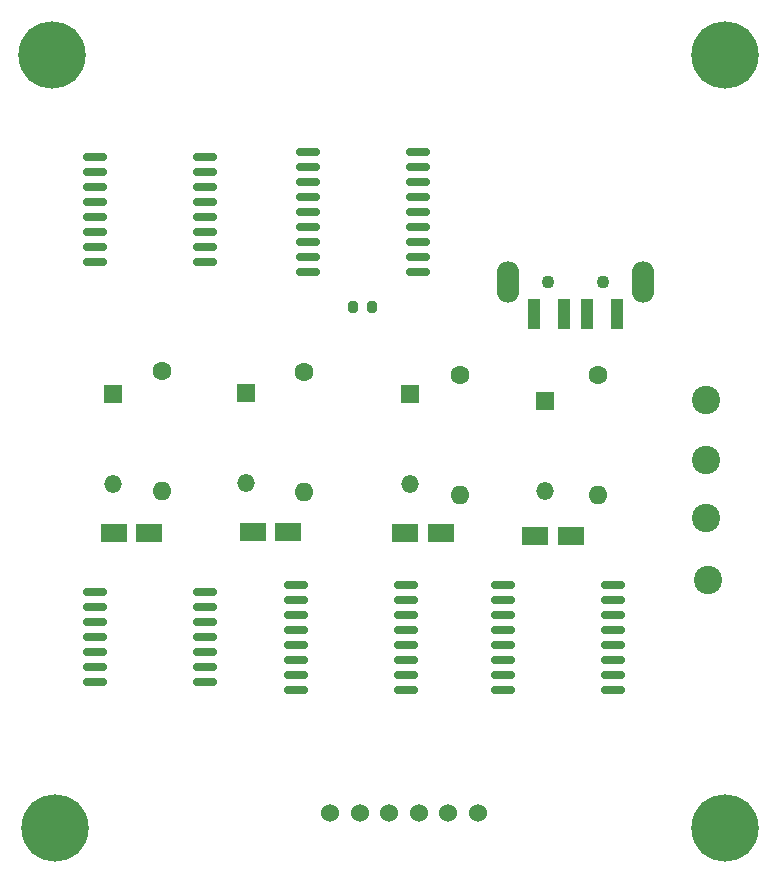
<source format=gts>
%TF.GenerationSoftware,KiCad,Pcbnew,(6.0.6)*%
%TF.CreationDate,2022-09-12T12:50:46+09:00*%
%TF.ProjectId,mouse,6d6f7573-652e-46b6-9963-61645f706362,rev?*%
%TF.SameCoordinates,Original*%
%TF.FileFunction,Soldermask,Top*%
%TF.FilePolarity,Negative*%
%FSLAX46Y46*%
G04 Gerber Fmt 4.6, Leading zero omitted, Abs format (unit mm)*
G04 Created by KiCad (PCBNEW (6.0.6)) date 2022-09-12 12:50:46*
%MOMM*%
%LPD*%
G01*
G04 APERTURE LIST*
G04 Aperture macros list*
%AMRoundRect*
0 Rectangle with rounded corners*
0 $1 Rounding radius*
0 $2 $3 $4 $5 $6 $7 $8 $9 X,Y pos of 4 corners*
0 Add a 4 corners polygon primitive as box body*
4,1,4,$2,$3,$4,$5,$6,$7,$8,$9,$2,$3,0*
0 Add four circle primitives for the rounded corners*
1,1,$1+$1,$2,$3*
1,1,$1+$1,$4,$5*
1,1,$1+$1,$6,$7*
1,1,$1+$1,$8,$9*
0 Add four rect primitives between the rounded corners*
20,1,$1+$1,$2,$3,$4,$5,0*
20,1,$1+$1,$4,$5,$6,$7,0*
20,1,$1+$1,$6,$7,$8,$9,0*
20,1,$1+$1,$8,$9,$2,$3,0*%
G04 Aperture macros list end*
%ADD10C,2.400000*%
%ADD11R,1.500000X1.500000*%
%ADD12O,1.500000X1.500000*%
%ADD13RoundRect,0.150000X-0.875000X-0.150000X0.875000X-0.150000X0.875000X0.150000X-0.875000X0.150000X0*%
%ADD14C,1.600000*%
%ADD15O,1.600000X1.600000*%
%ADD16C,5.700000*%
%ADD17R,2.200000X1.600000*%
%ADD18RoundRect,0.200000X0.200000X0.275000X-0.200000X0.275000X-0.200000X-0.275000X0.200000X-0.275000X0*%
%ADD19C,1.100000*%
%ADD20R,1.100000X2.500000*%
%ADD21O,1.900000X3.500000*%
%ADD22C,1.524000*%
G04 APERTURE END LIST*
D10*
%TO.C,CP1*%
X159200000Y-90100000D03*
%TD*%
D11*
%TO.C,D4*%
X145400000Y-74985000D03*
D12*
X145400000Y-82605000D03*
%TD*%
D13*
%TO.C,U4*%
X107350000Y-54305000D03*
X107350000Y-55575000D03*
X107350000Y-56845000D03*
X107350000Y-58115000D03*
X107350000Y-59385000D03*
X107350000Y-60655000D03*
X107350000Y-61925000D03*
X107350000Y-63195000D03*
X116650000Y-63195000D03*
X116650000Y-61925000D03*
X116650000Y-60655000D03*
X116650000Y-59385000D03*
X116650000Y-58115000D03*
X116650000Y-56845000D03*
X116650000Y-55575000D03*
X116650000Y-54305000D03*
%TD*%
D14*
%TO.C,R3*%
X138200000Y-72820000D03*
D15*
X138200000Y-82980000D03*
%TD*%
D10*
%TO.C,Cp3*%
X159100000Y-80000000D03*
%TD*%
D14*
%TO.C,R1*%
X113017500Y-72417500D03*
D15*
X113017500Y-82577500D03*
%TD*%
D16*
%TO.C,REF1*%
X103955242Y-111165242D03*
%TD*%
D17*
%TO.C,C3*%
X136600000Y-86200000D03*
X133600000Y-86200000D03*
%TD*%
D18*
%TO.C,R5*%
X130825000Y-67000000D03*
X129175000Y-67000000D03*
%TD*%
D13*
%TO.C,U3*%
X141850000Y-90555000D03*
X141850000Y-91825000D03*
X141850000Y-93095000D03*
X141850000Y-94365000D03*
X141850000Y-95635000D03*
X141850000Y-96905000D03*
X141850000Y-98175000D03*
X141850000Y-99445000D03*
X151150000Y-99445000D03*
X151150000Y-98175000D03*
X151150000Y-96905000D03*
X151150000Y-95635000D03*
X151150000Y-94365000D03*
X151150000Y-93095000D03*
X151150000Y-91825000D03*
X151150000Y-90555000D03*
%TD*%
D17*
%TO.C,C2*%
X123700000Y-86085000D03*
X120700000Y-86085000D03*
%TD*%
D13*
%TO.C,U2*%
X124350000Y-90555000D03*
X124350000Y-91825000D03*
X124350000Y-93095000D03*
X124350000Y-94365000D03*
X124350000Y-95635000D03*
X124350000Y-96905000D03*
X124350000Y-98175000D03*
X124350000Y-99445000D03*
X133650000Y-99445000D03*
X133650000Y-98175000D03*
X133650000Y-96905000D03*
X133650000Y-95635000D03*
X133650000Y-94365000D03*
X133650000Y-93095000D03*
X133650000Y-91825000D03*
X133650000Y-90555000D03*
%TD*%
D14*
%TO.C,R2*%
X125000000Y-72520000D03*
D15*
X125000000Y-82680000D03*
%TD*%
D11*
%TO.C,D3*%
X134000000Y-74385000D03*
D12*
X134000000Y-82005000D03*
%TD*%
D14*
%TO.C,R4*%
X149900000Y-72820000D03*
D15*
X149900000Y-82980000D03*
%TD*%
D10*
%TO.C,CP2*%
X159100000Y-84900000D03*
%TD*%
D16*
%TO.C,REF2*%
X103705242Y-45665242D03*
%TD*%
%TO.C,REF3*%
X160705242Y-111165242D03*
%TD*%
D10*
%TO.C,CP4*%
X159100000Y-74900000D03*
%TD*%
D19*
%TO.C,USB-A1*%
X150300000Y-64900000D03*
X145700000Y-64900000D03*
D20*
X144500000Y-67650000D03*
X147000000Y-67650000D03*
X149000000Y-67650000D03*
X151500000Y-67650000D03*
D21*
X153700000Y-64900000D03*
X142300000Y-64900000D03*
%TD*%
D17*
%TO.C,C1*%
X111917500Y-86197500D03*
X108917500Y-86197500D03*
%TD*%
D13*
%TO.C,U5*%
X125350000Y-53920000D03*
X125350000Y-55190000D03*
X125350000Y-56460000D03*
X125350000Y-57730000D03*
X125350000Y-59000000D03*
X125350000Y-60270000D03*
X125350000Y-61540000D03*
X125350000Y-62810000D03*
X125350000Y-64080000D03*
X134650000Y-64080000D03*
X134650000Y-62810000D03*
X134650000Y-61540000D03*
X134650000Y-60270000D03*
X134650000Y-59000000D03*
X134650000Y-57730000D03*
X134650000Y-56460000D03*
X134650000Y-55190000D03*
X134650000Y-53920000D03*
%TD*%
D11*
%TO.C,D2*%
X120100000Y-74285000D03*
D12*
X120100000Y-81905000D03*
%TD*%
D16*
%TO.C,REF4*%
X160705242Y-45665242D03*
%TD*%
D13*
%TO.C,U1*%
X107350000Y-91190000D03*
X107350000Y-92460000D03*
X107350000Y-93730000D03*
X107350000Y-95000000D03*
X107350000Y-96270000D03*
X107350000Y-97540000D03*
X107350000Y-98810000D03*
X116650000Y-98810000D03*
X116650000Y-97540000D03*
X116650000Y-96270000D03*
X116650000Y-95000000D03*
X116650000Y-93730000D03*
X116650000Y-92460000D03*
X116650000Y-91190000D03*
%TD*%
D22*
%TO.C,J1*%
X127250000Y-109900000D03*
X129750000Y-109900000D03*
X132250000Y-109900000D03*
X134750000Y-109900000D03*
X137250000Y-109900000D03*
X139750000Y-109900000D03*
%TD*%
D17*
%TO.C,C4*%
X147600000Y-86400000D03*
X144600000Y-86400000D03*
%TD*%
D11*
%TO.C,D1*%
X108817500Y-74382500D03*
D12*
X108817500Y-82002500D03*
%TD*%
M02*

</source>
